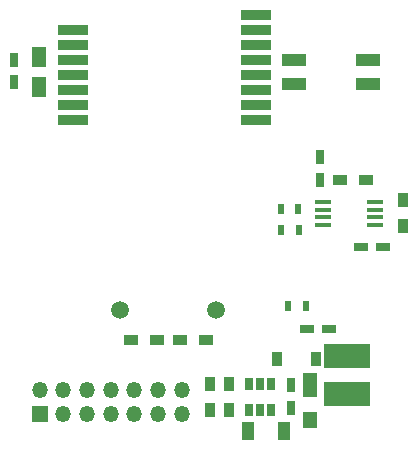
<source format=gts>
G04 #@! TF.GenerationSoftware,KiCad,Pcbnew,no-vcs-found-3ee2f80~59~ubuntu16.04.1*
G04 #@! TF.CreationDate,2017-07-28T09:46:05+03:00*
G04 #@! TF.ProjectId,livolo_1_channel_1way_eu_switch,6C69766F6C6F5F315F6368616E6E656C,rev?*
G04 #@! TF.SameCoordinates,Original*
G04 #@! TF.FileFunction,Soldermask,Top*
G04 #@! TF.FilePolarity,Negative*
%FSLAX46Y46*%
G04 Gerber Fmt 4.6, Leading zero omitted, Abs format (unit mm)*
G04 Created by KiCad (PCBNEW no-vcs-found-3ee2f80~59~ubuntu16.04.1) date Fri Jul 28 09:46:05 2017*
%MOMM*%
%LPD*%
G01*
G04 APERTURE LIST*
%ADD10R,2.000000X1.000000*%
%ADD11R,2.500000X0.812800*%
%ADD12R,4.000000X2.000000*%
%ADD13R,1.200000X2.000000*%
%ADD14R,1.200000X1.400000*%
%ADD15R,0.900000X1.200000*%
%ADD16R,0.650000X1.060000*%
%ADD17C,1.500000*%
%ADD18R,1.200000X0.750000*%
%ADD19R,0.750000X1.200000*%
%ADD20R,1.200000X0.900000*%
%ADD21R,0.500000X0.900000*%
%ADD22O,1.350000X1.350000*%
%ADD23R,1.350000X1.350000*%
%ADD24R,1.260000X1.750000*%
%ADD25R,1.000000X1.600000*%
%ADD26R,1.450000X0.450000*%
G04 APERTURE END LIST*
D10*
X159400000Y-81600000D03*
X153150000Y-81600000D03*
X159400000Y-79600000D03*
X153150000Y-79600000D03*
D11*
X134500000Y-84710000D03*
X149946000Y-84710000D03*
X134500000Y-83440000D03*
X149946000Y-83440000D03*
X134500000Y-82170000D03*
X149946000Y-82170000D03*
X134500000Y-80900000D03*
X149946000Y-80900000D03*
X134500000Y-79630000D03*
X149946000Y-79630000D03*
X134500000Y-78360000D03*
X149946000Y-78360000D03*
X134500000Y-77090000D03*
X149946000Y-77090000D03*
X149946000Y-75820000D03*
D12*
X157700000Y-104650000D03*
X157700000Y-107900000D03*
D13*
X154500000Y-107100000D03*
D14*
X154500000Y-110100000D03*
D15*
X146100000Y-107000000D03*
X146100000Y-109200000D03*
D16*
X150300000Y-109200000D03*
X151250000Y-109200000D03*
X149350000Y-109200000D03*
X149350000Y-107000000D03*
X150300000Y-107000000D03*
X151250000Y-107000000D03*
D17*
X146600000Y-100800000D03*
X138400000Y-100800000D03*
D18*
X154250000Y-102400000D03*
X156150000Y-102400000D03*
D19*
X152900000Y-109050000D03*
X152900000Y-107150000D03*
D15*
X155050000Y-104900000D03*
X151750000Y-104900000D03*
X147700000Y-109200000D03*
X147700000Y-107000000D03*
D20*
X139400000Y-103300000D03*
X141600000Y-103300000D03*
X145700000Y-103300000D03*
X143500000Y-103300000D03*
D21*
X152650000Y-100400000D03*
X154150000Y-100400000D03*
D22*
X143650000Y-107550000D03*
X143650000Y-109550000D03*
X141650000Y-107550000D03*
X141650000Y-109550000D03*
X139650000Y-107550000D03*
X139650000Y-109550000D03*
X137650000Y-107550000D03*
X137650000Y-109550000D03*
X135650000Y-107550000D03*
X135650000Y-109550000D03*
X133650000Y-107550000D03*
X133650000Y-109550000D03*
X131650000Y-107550000D03*
D23*
X131650000Y-109550000D03*
D24*
X131600000Y-81875000D03*
X131600000Y-79325000D03*
D19*
X129500000Y-79600000D03*
X129500000Y-81500000D03*
D25*
X152300000Y-111000000D03*
X149300000Y-111000000D03*
D19*
X155400000Y-87850000D03*
X155400000Y-89750000D03*
D18*
X158850000Y-95400000D03*
X160750000Y-95400000D03*
D21*
X153600000Y-94000000D03*
X152100000Y-94000000D03*
X152050000Y-92200000D03*
X153550000Y-92200000D03*
D20*
X157100000Y-89800000D03*
X159300000Y-89800000D03*
D15*
X162400000Y-91500000D03*
X162400000Y-93700000D03*
D26*
X160000000Y-91625000D03*
X160000000Y-92275000D03*
X160000000Y-92925000D03*
X160000000Y-93575000D03*
X155600000Y-93575000D03*
X155600000Y-92925000D03*
X155600000Y-92275000D03*
X155600000Y-91625000D03*
M02*

</source>
